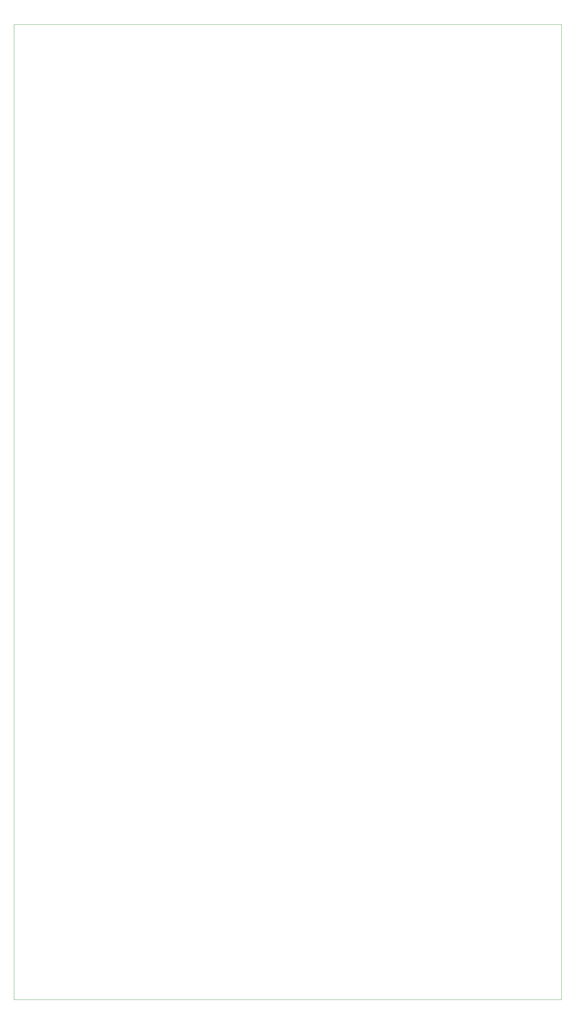
<source format=gbr>
G04 #@! TF.GenerationSoftware,KiCad,Pcbnew,(5.1.9)-1*
G04 #@! TF.CreationDate,2021-05-23T12:26:44+02:00*
G04 #@! TF.ProjectId,FetsAndCrosses,46657473-416e-4644-9372-6f737365732e,v1.0*
G04 #@! TF.SameCoordinates,Original*
G04 #@! TF.FileFunction,Profile,NP*
%FSLAX46Y46*%
G04 Gerber Fmt 4.6, Leading zero omitted, Abs format (unit mm)*
G04 Created by KiCad (PCBNEW (5.1.9)-1) date 2021-05-23 12:26:44*
%MOMM*%
%LPD*%
G01*
G04 APERTURE LIST*
G04 #@! TA.AperFunction,Profile*
%ADD10C,0.050000*%
G04 #@! TD*
G04 APERTURE END LIST*
D10*
X17145000Y3810000D02*
X17145000Y-3810000D01*
X167005000Y3810000D02*
X17145000Y3810000D01*
X167005000Y-3810000D02*
X167005000Y3810000D01*
X17145000Y-3810000D02*
X17145000Y-7620000D01*
X167005000Y-7620000D02*
X167005000Y-3810000D01*
X167005000Y-202565000D02*
X167005000Y-193675000D01*
X17145000Y-259080000D02*
X17145000Y-250190000D01*
X167005000Y-7620000D02*
X167005000Y-10160000D01*
X167005000Y-13335000D02*
X167005000Y-10160000D01*
X167005000Y-193675000D02*
X167005000Y-13335000D01*
X162560000Y-262890000D02*
X167005000Y-262890000D01*
X167005000Y-202565000D02*
X167005000Y-262890000D01*
X69850000Y-262890000D02*
X162560000Y-262890000D01*
X17145000Y-262890000D02*
X18415000Y-262890000D01*
X17145000Y-259080000D02*
X17145000Y-262890000D01*
X69850000Y-262890000D02*
X18415000Y-262890000D01*
X17145000Y-41275000D02*
X17145000Y-250190000D01*
X17145000Y-41275000D02*
X17145000Y-7620000D01*
M02*

</source>
